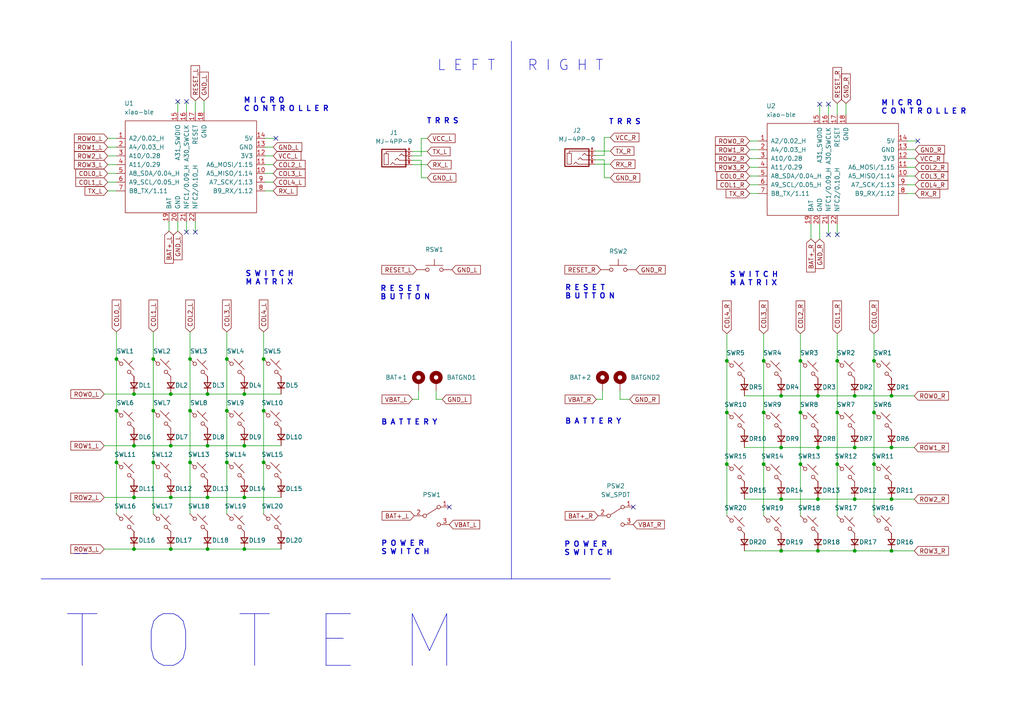
<source format=kicad_sch>
(kicad_sch (version 20231120) (generator "eeschema") (generator_version "8.0")
  (paper "A4")
  (title_block (title "TOTEM split keyboard") (date "2022-11-09") (rev "0.3") (comment 1 "made by GEIST"))
  (lib_symbols
    (symbol "Device:D_Small" (pin_numbers hide) (pin_names (offset 0.254) hide)
      (property "Reference" "D" (at -1.27 2.032 0))
      (property "Value" "D_Small" (at -3.81 -2.032 0))
      (symbol "D_Small_0_1"
        (polyline (pts (xy -0.762 -1.016) (xy -0.762 1.016)) (stroke (width 0.254)))
        (polyline (pts (xy -0.762 0) (xy 0.762 0)))
        (polyline (pts (xy 0.762 -1.016) (xy -0.762 0) (xy 0.762 1.016) (xy 0.762 -1.016)) (stroke (width 0.254)))
      )
      (symbol "D_Small_1_1"
        (pin passive line (at -2.54 0 0) (length 1.778) (name "K") (number "1"))
        (pin passive line (at 2.54 0 180) (length 1.778) (name "A") (number "2"))
      )
    )
    (symbol "Mechanical:MountingHole_Pad" (pin_numbers hide) (pin_names (offset 1.016) hide)
      (property "Reference" "H" (at 0 6.35 0))
      (property "Value" "MountingHole_Pad" (at 0 4.445 0))
      (symbol "MountingHole_Pad_0_1"
        (circle (center 0 1.27) (radius 1.27) (stroke (width 1.27)))
      )
      (symbol "MountingHole_Pad_1_1"
        (pin input line (at 0 -2.54 90) (length 2.54) (name "1") (number "1"))
      )
    )
    (symbol "Switch:SW_Push" (pin_numbers hide) (pin_names (offset 1.016) hide)
      (property "Reference" "SW" (at 1.27 2.54 0))
      (property "Value" "SW_Push" (at 0 -1.524 0))
      (symbol "SW_Push_0_1"
        (circle (center -2.032 0) (radius 0.508))
        (polyline (pts (xy 0 1.27) (xy 0 3.048)))
        (polyline (pts (xy 2.54 1.27) (xy -2.54 1.27)))
        (circle (center 2.032 0) (radius 0.508))
        (pin passive line (at -5.08 0 0) (length 2.54) (name "1") (number "1"))
        (pin passive line (at 5.08 0 180) (length 2.54) (name "2") (number "2"))
      )
    )
    (symbol "Switch:SW_Push_45deg" (pin_numbers hide) (pin_names (offset 1.016) hide)
      (property "Reference" "SW" (at 3.048 1.016 0))
      (property "Value" "SW_Push_45deg" (at 0 -3.81 0))
      (symbol "SW_Push_45deg_0_1"
        (circle (center -1.1684 1.1684) (radius 0.508))
        (polyline (pts (xy -0.508 2.54) (xy 2.54 -0.508)))
        (polyline (pts (xy 1.016 1.016) (xy 2.032 2.032)))
        (polyline (pts (xy -2.54 2.54) (xy -1.524 1.524) (xy -1.524 1.524)))
        (polyline (pts (xy 1.524 -1.524) (xy 2.54 -2.54) (xy 2.54 -2.54) (xy 2.54 -2.54)))
        (circle (center 1.143 -1.1938) (radius 0.508))
        (pin passive line (at -2.54 2.54 0) (length 0) (name "1") (number "1"))
        (pin passive line (at 2.54 -2.54 180) (length 0) (name "2") (number "2"))
      )
    )
    (symbol "Switch:SW_SPDT" (pin_names (offset 0) hide)
      (property "Reference" "SW" (at 0 4.318 0))
      (property "Value" "SW_SPDT" (at 0 -5.08 0))
      (symbol "SW_SPDT_0_0"
        (circle (center -2.032 0) (radius 0.508))
        (circle (center 2.032 -2.54) (radius 0.508))
      )
      (symbol "SW_SPDT_0_1"
        (polyline (pts (xy -1.524 0.254) (xy 1.651 2.286)))
        (circle (center 2.032 2.54) (radius 0.508))
      )
      (symbol "SW_SPDT_1_1"
        (pin passive line (at 5.08 2.54 180) (length 2.54) (name "A") (number "1"))
        (pin passive line (at -5.08 0 0) (length 2.54) (name "B") (number "2"))
        (pin passive line (at 5.08 -2.54 180) (length 2.54) (name "C") (number "3"))
      )
    )
    (symbol "kbd:MJ-4PP-9" (pin_names (offset 1.016))
      (property "Reference" "J" (at 0 3.81 0))
      (property "Value" "MJ-4PP-9" (at 0 -3.81 0))
      (symbol "MJ-4PP-9_0_1"
        (rectangle (start -1.905 -1.905) (end -3.175 1.27))
        (polyline (pts (xy -2.54 1.27) (xy -2.54 1.905) (xy 3.175 1.905)))
        (polyline (pts (xy -1.27 -1.905) (xy -0.635 -1.27) (xy 0 -1.905) (xy 3.175 -1.905)))
        (polyline (pts (xy 0 -0.635) (xy 0.635 0) (xy 1.27 -0.635) (xy 3.175 -0.635)))
        (polyline (pts (xy 1.27 0.635) (xy 1.905 1.27) (xy 2.54 0.635) (xy 3.175 0.635)))
        (rectangle (start 3.175 2.54) (end -3.81 -2.54) (stroke (width 0.3048)))
      )
      (symbol "MJ-4PP-9_1_1"
        (pin input line (at 5.08 1.905 180) (length 2.0066) (name "~") (number "A"))
        (pin input line (at 5.08 -1.905 180) (length 2.0066) (name "~") (number "B"))
        (pin input line (at 5.08 -0.635 180) (length 2.0066) (name "~") (number "C"))
        (pin input line (at 5.08 0.635 180) (length 2.0066) (name "~") (number "D"))
      )
    )
    (symbol "mcu:xiao-ble" (pin_names (offset 1.016))
      (property "Reference" "U" (at -17.78 16.51 0))
      (property "Value" "xiao-ble" (at -15.24 13.97 0))
      (symbol "xiao-ble_0_1"
        (rectangle (start -19.05 12.7) (end 19.05 -13.97))
      )
      (symbol "xiao-ble_1_1"
        (pin bidirectional line (at -21.59 7.62 0) (length 2.54) (name "A2/0.02_H") (number "1"))
        (pin bidirectional line (at 21.59 -2.54 180) (length 2.54) (name "A5_MISO/1.14") (number "10"))
        (pin bidirectional line (at 21.59 0 180) (length 2.54) (name "A6_MOSI/1.15") (number "11"))
        (pin power_out line (at 21.59 2.54 180) (length 2.54) (name "3V3") (number "12"))
        (pin power_out line (at 21.59 5.08 180) (length 2.54) (name "GND") (number "13"))
        (pin power_out line (at 21.59 7.62 180) (length 2.54) (name "5V") (number "14"))
        (pin input line (at -3.81 15.24 270) (length 2.54) (name "A31_SWDIO") (number "15"))
        (pin input line (at -1.27 15.24 270) (length 2.54) (name "A30_SWCLK") (number "16"))
        (pin input line (at 1.27 15.24 270) (length 2.54) (name "RESET") (number "17"))
        (pin power_out line (at 3.81 15.24 270) (length 2.54) (name "GND") (number "18"))
        (pin bidirectional line (at -6.35 -16.51 90) (length 2.54) (name "BAT") (number "19"))
        (pin bidirectional line (at -21.59 5.08 0) (length 2.54) (name "A4/0.03_H") (number "2"))
        (pin power_out line (at -3.81 -16.51 90) (length 2.54) (name "GND") (number "20"))
        (pin bidirectional line (at -1.27 -16.51 90) (length 2.54) (name "NFC1/0.09_H") (number "21"))
        (pin bidirectional line (at 1.27 -16.51 90) (length 2.54) (name "NFC2/0.10_H") (number "22"))
        (pin bidirectional line (at -21.59 2.54 0) (length 2.54) (name "A10/0.28") (number "3"))
        (pin bidirectional line (at -21.59 0 0) (length 2.54) (name "A11/0.29") (number "4"))
        (pin bidirectional line (at -21.59 -2.54 0) (length 2.54) (name "A8_SDA/0.04_H") (number "5"))
        (pin bidirectional line (at -21.59 -5.08 0) (length 2.54) (name "A9_SCL/0.05_H") (number "6"))
        (pin bidirectional line (at -21.59 -7.62 0) (length 2.54) (name "B8_TX/1.11") (number "7"))
        (pin bidirectional line (at 21.59 -7.62 180) (length 2.54) (name "B9_RX/1.12") (number "8"))
        (pin bidirectional line (at 21.59 -5.08 180) (length 2.54) (name "A7_SCK/1.13") (number "9"))
      )
    )
  )
  (junction (at 33.782 104.14))
  (junction (at 33.782 134.112))
  (junction (at 44.45 134.112))
  (junction (at 226.568 129.794))
  (junction (at 49.53 114.3))
  (junction (at 44.45 119.126))
  (junction (at 55.118 119.126))
  (junction (at 70.866 129.286))
  (junction (at 226.568 144.78))
  (junction (at 237.236 114.808))
  (junction (at 49.53 144.272))
  (junction (at 38.862 159.258))
  (junction (at 232.156 119.634))
  (junction (at 258.572 144.78))
  (junction (at 76.454 104.14))
  (junction (at 70.866 144.272))
  (junction (at 221.488 119.634))
  (junction (at 247.904 144.78))
  (junction (at 76.454 119.126))
  (junction (at 44.45 104.14))
  (junction (at 70.866 114.3))
  (junction (at 55.118 104.14))
  (junction (at 247.904 129.794))
  (junction (at 242.824 104.648))
  (junction (at 60.198 144.272))
  (junction (at 221.488 134.62))
  (junction (at 38.862 144.272))
  (junction (at 232.156 104.648))
  (junction (at 247.904 114.808))
  (junction (at 247.904 159.766))
  (junction (at 210.82 104.648))
  (junction (at 49.53 159.258))
  (junction (at 65.786 104.14))
  (junction (at 60.198 114.3))
  (junction (at 60.198 159.258))
  (junction (at 258.572 129.794))
  (junction (at 232.156 134.62))
  (junction (at 49.53 129.286))
  (junction (at 33.782 119.126))
  (junction (at 258.572 114.808))
  (junction (at 237.236 159.766))
  (junction (at 70.866 159.258))
  (junction (at 237.236 129.794))
  (junction (at 55.118 134.112))
  (junction (at 210.82 134.62))
  (junction (at 258.572 159.766))
  (junction (at 253.492 119.634))
  (junction (at 242.824 134.62))
  (junction (at 242.824 119.634))
  (junction (at 38.862 129.286))
  (junction (at 65.786 119.126))
  (junction (at 76.454 134.112))
  (junction (at 226.568 159.766))
  (junction (at 253.492 134.62))
  (junction (at 65.786 134.112))
  (junction (at 226.568 114.808))
  (junction (at 60.198 129.286))
  (junction (at 237.236 144.78))
  (junction (at 38.862 114.3))
  (junction (at 253.492 104.648))
  (junction (at 221.488 104.648))
  (junction (at 210.82 119.634))
  (no_connect (at 237.744 30.226))
  (no_connect (at 240.284 30.226))
  (no_connect (at 54.102 67.31))
  (no_connect (at 56.642 67.31))
  (no_connect (at 183.642 147.066))
  (no_connect (at 54.102 29.464))
  (no_connect (at 51.562 29.464))
  (no_connect (at 266.192 40.894))
  (no_connect (at 80.01 40.132))
  (no_connect (at 130.302 147.066))
  (no_connect (at 242.824 68.072))
  (no_connect (at 240.284 68.072))
  (wire (pts (xy 49.022 64.262) (xy 49.022 67.056)))
  (wire (pts (xy 44.45 134.112) (xy 44.45 149.098)))
  (wire (pts (xy 217.424 40.894) (xy 219.964 40.894)))
  (wire (pts (xy 215.9 129.794) (xy 226.568 129.794)))
  (wire (pts (xy 247.904 114.808) (xy 258.572 114.808)))
  (wire (pts (xy 179.832 113.284) (xy 179.832 115.824)))
  (wire (pts (xy 76.962 40.132) (xy 80.01 40.132)))
  (wire (pts (xy 221.488 134.62) (xy 221.488 149.606)))
  (wire (pts (xy 210.82 119.634) (xy 210.82 134.62)))
  (wire (pts (xy 253.492 96.774) (xy 253.492 104.648)))
  (wire (pts (xy 126.492 115.824) (xy 128.27 115.824)))
  (wire (pts (xy 126.492 113.284) (xy 126.492 115.824)))
  (wire (pts (xy 56.642 29.21) (xy 56.642 32.512)))
  (wire (pts (xy 65.786 104.14) (xy 65.786 119.126)))
  (wire (pts (xy 263.144 51.054) (xy 265.43 51.054)))
  (wire (pts (xy 240.284 65.024) (xy 240.284 68.072)))
  (wire (pts (xy 242.824 119.634) (xy 242.824 134.62)))
  (wire (pts (xy 49.53 144.272) (xy 60.198 144.272)))
  (wire (pts (xy 210.82 96.774) (xy 210.82 104.648)))
  (wire (pts (xy 31.242 40.132) (xy 33.782 40.132)))
  (wire (pts (xy 217.424 56.134) (xy 219.964 56.134)))
  (wire (pts (xy 122.174 40.132) (xy 122.174 45.212)))
  (wire (pts (xy 175.26 46.355) (xy 175.26 51.562)))
  (wire (pts (xy 226.568 159.766) (xy 237.236 159.766)))
  (wire (pts (xy 70.866 129.286) (xy 81.534 129.286)))
  (wire (pts (xy 237.236 114.808) (xy 247.904 114.808)))
  (wire (pts (xy 247.904 159.766) (xy 258.572 159.766)))
  (wire (pts (xy 215.9 159.766) (xy 226.568 159.766)))
  (wire (pts (xy 217.424 51.054) (xy 219.964 51.054)))
  (wire (pts (xy 65.786 119.126) (xy 65.786 134.112)))
  (wire (pts (xy 263.144 43.434) (xy 265.43 43.434)))
  (wire (pts (xy 55.118 134.112) (xy 55.118 149.098)))
  (wire (pts (xy 253.492 134.62) (xy 253.492 149.606)))
  (wire (pts (xy 237.236 159.766) (xy 247.904 159.766)))
  (wire (pts (xy 122.174 46.482) (xy 122.174 51.562)))
  (wire (pts (xy 38.862 129.286) (xy 49.53 129.286)))
  (wire (pts (xy 76.454 104.14) (xy 76.454 119.126)))
  (wire (pts (xy 242.824 104.648) (xy 242.824 119.634)))
  (wire (pts (xy 232.156 96.774) (xy 232.156 104.648)))
  (wire (pts (xy 215.9 114.808) (xy 226.568 114.808)))
  (wire (pts (xy 76.962 45.212) (xy 79.248 45.212)))
  (wire (pts (xy 33.782 134.112) (xy 33.782 149.098)))
  (wire (pts (xy 31.242 47.752) (xy 33.782 47.752)))
  (wire (pts (xy 54.102 29.464) (xy 54.102 32.512)))
  (wire (pts (xy 172.72 47.625) (xy 177.038 47.625)))
  (wire (pts (xy 217.424 48.514) (xy 219.964 48.514)))
  (wire (pts (xy 30.226 129.286) (xy 38.862 129.286)))
  (wire (pts (xy 237.744 65.024) (xy 237.744 69.342)))
  (wire (pts (xy 76.962 52.832) (xy 79.248 52.832)))
  (wire (pts (xy 253.492 104.648) (xy 253.492 119.634)))
  (wire (pts (xy 38.862 144.272) (xy 49.53 144.272)))
  (wire (pts (xy 51.562 29.464) (xy 51.562 32.512)))
  (wire (pts (xy 76.962 55.372) (xy 79.248 55.372)))
  (polyline (pts (xy 21.59 160.528) (xy 25.4 160.528)) (stroke (width 0) (type dash)))
  (wire (pts (xy 237.236 144.78) (xy 247.904 144.78)))
  (wire (pts (xy 263.144 56.134) (xy 265.43 56.134)))
  (wire (pts (xy 263.144 40.894) (xy 266.192 40.894)))
  (wire (pts (xy 70.866 114.3) (xy 81.534 114.3)))
  (wire (pts (xy 175.26 51.562) (xy 177.038 51.562)))
  (wire (pts (xy 258.572 129.794) (xy 265.176 129.794)))
  (wire (pts (xy 263.144 48.514) (xy 265.43 48.514)))
  (wire (pts (xy 232.156 119.634) (xy 232.156 134.62)))
  (wire (pts (xy 215.9 144.78) (xy 226.568 144.78)))
  (wire (pts (xy 33.782 96.266) (xy 33.782 104.14)))
  (wire (pts (xy 76.454 96.266) (xy 76.454 104.14)))
  (wire (pts (xy 232.156 134.62) (xy 232.156 149.606)))
  (wire (pts (xy 122.174 40.132) (xy 123.952 40.132)))
  (wire (pts (xy 38.862 159.258) (xy 49.53 159.258)))
  (wire (pts (xy 177.038 39.878) (xy 175.26 39.878)))
  (wire (pts (xy 258.572 144.78) (xy 265.176 144.78)))
  (wire (pts (xy 31.242 45.212) (xy 33.782 45.212)))
  (wire (pts (xy 65.786 96.266) (xy 65.786 104.14)))
  (wire (pts (xy 76.454 134.112) (xy 76.454 149.098)))
  (wire (pts (xy 119.634 115.824) (xy 121.412 115.824)))
  (wire (pts (xy 221.488 104.648) (xy 221.488 119.634)))
  (wire (pts (xy 242.824 96.774) (xy 242.824 104.648)))
  (wire (pts (xy 242.824 65.024) (xy 242.824 68.072)))
  (wire (pts (xy 119.634 47.752) (xy 123.952 47.752)))
  (wire (pts (xy 119.634 45.212) (xy 122.174 45.212)))
  (wire (pts (xy 119.634 43.942) (xy 123.952 43.942)))
  (wire (pts (xy 245.364 29.972) (xy 245.364 33.274)))
  (polyline (pts (xy 148.336 11.938) (xy 148.336 167.894)) (stroke (width 0) (type solid)))
  (wire (pts (xy 121.412 115.824) (xy 121.412 113.284)))
  (wire (pts (xy 30.226 114.3) (xy 38.862 114.3)))
  (wire (pts (xy 76.454 119.126) (xy 76.454 134.112)))
  (wire (pts (xy 258.572 159.766) (xy 265.176 159.766)))
  (wire (pts (xy 59.182 29.21) (xy 59.182 32.512)))
  (wire (pts (xy 49.53 129.286) (xy 60.198 129.286)))
  (wire (pts (xy 242.824 134.62) (xy 242.824 149.606)))
  (wire (pts (xy 122.174 51.562) (xy 123.952 51.562)))
  (wire (pts (xy 31.242 50.292) (xy 33.782 50.292)))
  (wire (pts (xy 258.572 114.808) (xy 265.176 114.808)))
  (wire (pts (xy 263.144 45.974) (xy 265.43 45.974)))
  (polyline (pts (xy 11.938 167.894) (xy 177.038 167.894)) (stroke (width 0) (type solid)))
  (wire (pts (xy 60.198 144.272) (xy 70.866 144.272)))
  (wire (pts (xy 242.824 29.972) (xy 242.824 33.274)))
  (wire (pts (xy 172.974 115.824) (xy 174.752 115.824)))
  (wire (pts (xy 247.904 129.794) (xy 258.572 129.794)))
  (wire (pts (xy 237.744 30.226) (xy 237.744 33.274)))
  (wire (pts (xy 172.72 46.355) (xy 175.26 46.355)))
  (wire (pts (xy 226.568 114.808) (xy 237.236 114.808)))
  (wire (pts (xy 226.568 144.78) (xy 237.236 144.78)))
  (wire (pts (xy 56.642 64.262) (xy 56.642 67.31)))
  (wire (pts (xy 49.53 114.3) (xy 60.198 114.3)))
  (wire (pts (xy 60.198 129.286) (xy 70.866 129.286)))
  (wire (pts (xy 263.144 53.594) (xy 265.43 53.594)))
  (wire (pts (xy 49.53 159.258) (xy 60.198 159.258)))
  (wire (pts (xy 31.242 55.372) (xy 33.782 55.372)))
  (wire (pts (xy 44.45 104.14) (xy 44.45 119.126)))
  (wire (pts (xy 217.424 53.594) (xy 219.964 53.594)))
  (wire (pts (xy 172.72 45.085) (xy 175.26 45.085)))
  (wire (pts (xy 44.45 119.126) (xy 44.45 134.112)))
  (wire (pts (xy 237.236 129.794) (xy 247.904 129.794)))
  (wire (pts (xy 44.45 96.266) (xy 44.45 104.14)))
  (wire (pts (xy 210.82 134.62) (xy 210.82 149.606)))
  (wire (pts (xy 38.862 114.3) (xy 49.53 114.3)))
  (wire (pts (xy 55.118 119.126) (xy 55.118 134.112)))
  (wire (pts (xy 217.424 43.434) (xy 219.964 43.434)))
  (wire (pts (xy 221.488 119.634) (xy 221.488 134.62)))
  (wire (pts (xy 65.786 134.112) (xy 65.786 149.098)))
  (wire (pts (xy 76.962 47.752) (xy 79.248 47.752)))
  (wire (pts (xy 174.752 115.824) (xy 174.752 113.284)))
  (wire (pts (xy 240.284 30.226) (xy 240.284 33.274)))
  (wire (pts (xy 60.198 159.258) (xy 70.866 159.258)))
  (wire (pts (xy 210.82 104.648) (xy 210.82 119.634)))
  (wire (pts (xy 31.242 52.832) (xy 33.782 52.832)))
  (wire (pts (xy 247.904 144.78) (xy 258.572 144.78)))
  (wire (pts (xy 221.488 96.774) (xy 221.488 104.648)))
  (wire (pts (xy 30.226 144.272) (xy 38.862 144.272)))
  (wire (pts (xy 76.962 42.672) (xy 79.248 42.672)))
  (wire (pts (xy 31.242 42.672) (xy 33.782 42.672)))
  (wire (pts (xy 232.156 104.648) (xy 232.156 119.634)))
  (wire (pts (xy 70.866 159.258) (xy 81.534 159.258)))
  (wire (pts (xy 235.204 65.024) (xy 235.204 69.342)))
  (wire (pts (xy 55.118 104.14) (xy 55.118 119.126)))
  (wire (pts (xy 33.782 104.14) (xy 33.782 119.126)))
  (wire (pts (xy 54.102 64.262) (xy 54.102 67.31)))
  (wire (pts (xy 55.118 96.266) (xy 55.118 104.14)))
  (wire (pts (xy 179.832 115.824) (xy 182.626 115.824)))
  (wire (pts (xy 60.198 114.3) (xy 70.866 114.3)))
  (wire (pts (xy 76.962 50.292) (xy 79.248 50.292)))
  (wire (pts (xy 51.562 64.262) (xy 51.562 67.056)))
  (wire (pts (xy 30.226 159.258) (xy 38.862 159.258)))
  (wire (pts (xy 33.782 119.126) (xy 33.782 134.112)))
  (wire (pts (xy 217.424 45.974) (xy 219.964 45.974)))
  (wire (pts (xy 253.492 119.634) (xy 253.492 134.62)))
  (wire (pts (xy 122.174 46.482) (xy 119.634 46.482)))
  (wire (pts (xy 70.866 144.272) (xy 81.534 144.272)))
  (wire (pts (xy 175.26 39.878) (xy 175.26 45.085)))
  (wire (pts (xy 226.568 129.794) (xy 237.236 129.794)))
  (wire (pts (xy 172.72 43.815) (xy 177.038 43.815)))
  (text "M I C R O \nC O N T R O L L E R" (at 255.524 33.274 0) (effects (font (size 1.5 1.5) (thickness 0.3) (bold yes)) (justify left bottom)))
  (text "T R R S" (at 176.53 36.322 0) (effects (font (size 1.5 1.5) (thickness 0.3) (bold yes)) (justify left bottom)))
  (text "R E S E T \nB U T T O N" (at 110.236 87.122 0) (effects (font (size 1.5 1.5) (thickness 0.3) (bold yes)) (justify left bottom)))
  (text "S W I T C H\nM A T R I X" (at 71.12 82.804 0) (effects (font (size 1.5 1.5) (thickness 0.3) (bold yes)) (justify left bottom)))
  (text "P O W E R\nS W I T C H" (at 110.49 161.036 0) (effects (font (size 1.5 1.5) (thickness 0.3) (bold yes)) (justify left bottom)))
  (text "R E S E T \nB U T T O N" (at 163.83 86.868 0) (effects (font (size 1.5 1.5) (thickness 0.3) (bold yes)) (justify left bottom)))
  (text "T O T E M" (at 18.034 195.072 0) (effects (font (size 15 15)) (justify left bottom)))
  (text "S W I T C H\nM A T R I X" (at 211.582 83.058 0) (effects (font (size 1.5 1.5) (thickness 0.3) (bold yes)) (justify left bottom)))
  (text "T R R S" (at 123.698 36.068 0) (effects (font (size 1.5 1.5) (thickness 0.3) (bold yes)) (justify left bottom)))
  (text "B A T T E R Y" (at 110.49 123.444 0) (effects (font (size 1.5 1.5) (thickness 0.3) (bold yes)) (justify left bottom)))
  (text "P O W E R\nS W I T C H" (at 163.576 161.29 0) (effects (font (size 1.5 1.5) (thickness 0.3) (bold yes)) (justify left bottom)))
  (text "R I G H T" (at 152.908 20.828 0) (effects (font (size 3 3)) (justify left bottom)))
  (text "B A T T E R Y" (at 163.83 123.19 0) (effects (font (size 1.5 1.5) (thickness 0.3) (bold yes)) (justify left bottom)))
  (text "L E F T" (at 143.764 20.828 0) (effects (font (size 3 3)) (justify right bottom)))
  (text "M I C R O \nC O N T R O L L E R" (at 70.612 32.512 0) (effects (font (size 1.5 1.5) (thickness 0.3) (bold yes)) (justify left bottom)))
  (global_label "GND_L" (shape input) (at 131.064 78.232 0) (property "Intersheetrefs" "${INTERSHEET_REFS}" (effects (hide yes))))
  (global_label "VCC_R" (shape input) (at 265.43 45.974 0) (property "Intersheetrefs" "${INTERSHEET_REFS}" (effects (hide yes))))
  (global_label "RX_L" (shape input) (at 123.952 47.752 0) (property "Intersheetrefs" "${INTERSHEET_REFS}" (effects (hide yes))))
  (global_label "ROW3_R" (shape input) (at 265.176 159.766 0) (property "Intersheetrefs" "${INTERSHEET_REFS}" (effects (hide yes))))
  (global_label "GND_R" (shape input) (at 265.43 43.434 0) (property "Intersheetrefs" "${INTERSHEET_REFS}" (effects (hide yes))))
  (global_label "COL3_L" (shape input) (at 65.786 96.266 90) (property "Intersheetrefs" "${INTERSHEET_REFS}" (effects (hide yes))))
  (global_label "COL4_L" (shape input) (at 76.454 96.266 90) (property "Intersheetrefs" "${INTERSHEET_REFS}" (effects (hide yes))))
  (global_label "ROW0_R" (shape input) (at 265.176 114.808 0) (property "Intersheetrefs" "${INTERSHEET_REFS}" (effects (hide yes))))
  (global_label "COL1_L" (shape input) (at 44.45 96.266 90) (property "Intersheetrefs" "${INTERSHEET_REFS}" (effects (hide yes))))
  (global_label "GND_L" (shape input) (at 59.182 29.21 90) (property "Intersheetrefs" "${INTERSHEET_REFS}" (effects (hide yes))))
  (global_label "COL2_R" (shape input) (at 232.156 96.774 90) (property "Intersheetrefs" "${INTERSHEET_REFS}" (effects (hide yes))))
  (global_label "GND_L" (shape input) (at 79.248 42.672 0) (property "Intersheetrefs" "${INTERSHEET_REFS}" (effects (hide yes))))
  (global_label "BAT+_L" (shape input) (at 120.142 149.606 180) (property "Intersheetrefs" "${INTERSHEET_REFS}" (effects (hide yes))))
  (global_label "ROW0_R" (shape input) (at 217.424 40.894 180) (property "Intersheetrefs" "${INTERSHEET_REFS}" (effects (hide yes))))
  (global_label "COL0_R" (shape input) (at 217.424 51.054 180) (property "Intersheetrefs" "${INTERSHEET_REFS}" (effects (hide yes))))
  (global_label "COL4_R" (shape input) (at 265.43 53.594 0) (property "Intersheetrefs" "${INTERSHEET_REFS}" (effects (hide yes))))
  (global_label "VCC_L" (shape input) (at 123.952 40.132 0) (property "Intersheetrefs" "${INTERSHEET_REFS}" (effects (hide yes))))
  (global_label "VCC_R" (shape input) (at 177.038 39.878 0) (property "Intersheetrefs" "${INTERSHEET_REFS}" (effects (hide yes))))
  (global_label "RESET_R" (shape input) (at 242.824 29.972 90) (property "Intersheetrefs" "${INTERSHEET_REFS}" (effects (hide yes))))
  (global_label "RESET_R" (shape input) (at 174.244 78.232 180) (property "Intersheetrefs" "${INTERSHEET_REFS}" (effects (hide yes))))
  (global_label "ROW3_L" (shape input) (at 30.226 159.258 180) (property "Intersheetrefs" "${INTERSHEET_REFS}" (effects (hide yes))))
  (global_label "VBAT_R" (shape input) (at 183.642 152.146 0) (property "Intersheetrefs" "${INTERSHEET_REFS}" (effects (hide yes))))
  (global_label "GND_L" (shape input) (at 51.562 67.056 270) (property "Intersheetrefs" "${INTERSHEET_REFS}" (effects (hide yes))))
  (global_label "RESET_L" (shape input) (at 120.904 78.232 180) (property "Intersheetrefs" "${INTERSHEET_REFS}" (effects (hide yes))))
  (global_label "VBAT_R" (shape input) (at 172.974 115.824 180) (property "Intersheetrefs" "${INTERSHEET_REFS}" (effects (hide yes))))
  (global_label "VCC_L" (shape input) (at 79.248 45.212 0) (property "Intersheetrefs" "${INTERSHEET_REFS}" (effects (hide yes))))
  (global_label "TX_L" (shape input) (at 123.952 43.942 0) (property "Intersheetrefs" "${INTERSHEET_REFS}" (effects (hide yes))))
  (global_label "BAT+_L" (shape input) (at 49.022 67.056 270) (property "Intersheetrefs" "${INTERSHEET_REFS}" (effects (hide yes))))
  (global_label "COL1_R" (shape input) (at 217.424 53.594 180) (property "Intersheetrefs" "${INTERSHEET_REFS}" (effects (hide yes))))
  (global_label "ROW3_R" (shape input) (at 217.424 48.514 180) (property "Intersheetrefs" "${INTERSHEET_REFS}" (effects (hide yes))))
  (global_label "BAT+_R" (shape input) (at 173.482 149.606 180) (property "Intersheetrefs" "${INTERSHEET_REFS}" (effects (hide yes))))
  (global_label "ROW0_L" (shape input) (at 30.226 114.3 180) (property "Intersheetrefs" "${INTERSHEET_REFS}" (effects (hide yes))))
  (global_label "GND_L" (shape input) (at 128.27 115.824 0) (property "Intersheetrefs" "${INTERSHEET_REFS}" (effects (hide yes))))
  (global_label "VBAT_L" (shape input) (at 119.634 115.824 180) (property "Intersheetrefs" "${INTERSHEET_REFS}" (effects (hide yes))))
  (global_label "ROW1_R" (shape input) (at 265.176 129.794 0) (property "Intersheetrefs" "${INTERSHEET_REFS}" (effects (hide yes))))
  (global_label "GND_L" (shape input) (at 123.952 51.562 0) (property "Intersheetrefs" "${INTERSHEET_REFS}" (effects (hide yes))))
  (global_label "BAT+_R" (shape input) (at 235.204 69.342 270) (property "Intersheetrefs" "${INTERSHEET_REFS}" (effects (hide yes))))
  (global_label "GND_R" (shape input) (at 182.626 115.824 0) (property "Intersheetrefs" "${INTERSHEET_REFS}" (effects (hide yes))))
  (global_label "RX_L" (shape input) (at 79.248 55.372 0) (property "Intersheetrefs" "${INTERSHEET_REFS}" (effects (hide yes))))
  (global_label "GND_R" (shape input) (at 184.404 78.232 0) (property "Intersheetrefs" "${INTERSHEET_REFS}" (effects (hide yes))))
  (global_label "COL0_L" (shape input) (at 33.782 96.266 90) (property "Intersheetrefs" "${INTERSHEET_REFS}" (effects (hide yes))))
  (global_label "ROW3_L" (shape input) (at 31.242 47.752 180) (property "Intersheetrefs" "${INTERSHEET_REFS}" (effects (hide yes))))
  (global_label "COL3_R" (shape input) (at 265.43 51.054 0) (property "Intersheetrefs" "${INTERSHEET_REFS}" (effects (hide yes))))
  (global_label "TX_R" (shape input) (at 177.038 43.815 0) (property "Intersheetrefs" "${INTERSHEET_REFS}" (effects (hide yes))))
  (global_label "COL4_R" (shape input) (at 210.82 96.774 90) (property "Intersheetrefs" "${INTERSHEET_REFS}" (effects (hide yes))))
  (global_label "RESET_L" (shape input) (at 56.642 29.21 90) (property "Intersheetrefs" "${INTERSHEET_REFS}" (effects (hide yes))))
  (global_label "RX_R" (shape input) (at 177.038 47.625 0) (property "Intersheetrefs" "${INTERSHEET_REFS}" (effects (hide yes))))
  (global_label "COL3_R" (shape input) (at 221.488 96.774 90) (property "Intersheetrefs" "${INTERSHEET_REFS}" (effects (hide yes))))
  (global_label "TX_R" (shape input) (at 217.424 56.134 180) (property "Intersheetrefs" "${INTERSHEET_REFS}" (effects (hide yes))))
  (global_label "ROW1_L" (shape input) (at 30.226 129.286 180) (property "Intersheetrefs" "${INTERSHEET_REFS}" (effects (hide yes))))
  (global_label "ROW2_L" (shape input) (at 31.242 45.212 180) (property "Intersheetrefs" "${INTERSHEET_REFS}" (effects (hide yes))))
  (global_label "GND_R" (shape input) (at 237.744 69.342 270) (property "Intersheetrefs" "${INTERSHEET_REFS}" (effects (hide yes))))
  (global_label "COL2_R" (shape input) (at 265.43 48.514 0) (property "Intersheetrefs" "${INTERSHEET_REFS}" (effects (hide yes))))
  (global_label "GND_R" (shape input) (at 245.364 29.972 90) (property "Intersheetrefs" "${INTERSHEET_REFS}" (effects (hide yes))))
  (global_label "VBAT_L" (shape input) (at 130.302 152.146 0) (property "Intersheetrefs" "${INTERSHEET_REFS}" (effects (hide yes))))
  (global_label "ROW1_L" (shape input) (at 31.242 42.672 180) (property "Intersheetrefs" "${INTERSHEET_REFS}" (effects (hide yes))))
  (global_label "COL1_R" (shape input) (at 242.824 96.774 90) (property "Intersheetrefs" "${INTERSHEET_REFS}" (effects (hide yes))))
  (global_label "GND_R" (shape input) (at 177.038 51.562 0) (property "Intersheetrefs" "${INTERSHEET_REFS}" (effects (hide yes))))
  (global_label "COL0_L" (shape input) (at 31.242 50.292 180) (property "Intersheetrefs" "${INTERSHEET_REFS}" (effects (hide yes))))
  (global_label "COL2_L" (shape input) (at 79.248 47.752 0) (property "Intersheetrefs" "${INTERSHEET_REFS}" (effects (hide yes))))
  (global_label "ROW1_R" (shape input) (at 217.424 43.434 180) (property "Intersheetrefs" "${INTERSHEET_REFS}" (effects (hide yes))))
  (global_label "ROW2_R" (shape input) (at 265.176 144.78 0) (property "Intersheetrefs" "${INTERSHEET_REFS}" (effects (hide yes))))
  (global_label "COL0_R" (shape input) (at 253.492 96.774 90) (property "Intersheetrefs" "${INTERSHEET_REFS}" (effects (hide yes))))
  (global_label "COL3_L" (shape input) (at 79.248 50.292 0) (property "Intersheetrefs" "${INTERSHEET_REFS}" (effects (hide yes))))
  (global_label "COL2_L" (shape input) (at 55.118 96.266 90) (property "Intersheetrefs" "${INTERSHEET_REFS}" (effects (hide yes))))
  (global_label "TX_L" (shape input) (at 31.242 55.372 180) (property "Intersheetrefs" "${INTERSHEET_REFS}" (effects (hide yes))))
  (global_label "ROW2_L" (shape input) (at 30.226 144.272 180) (property "Intersheetrefs" "${INTERSHEET_REFS}" (effects (hide yes))))
  (global_label "COL4_L" (shape input) (at 79.248 52.832 0) (property "Intersheetrefs" "${INTERSHEET_REFS}" (effects (hide yes))))
  (global_label "RX_R" (shape input) (at 265.43 56.134 0) (property "Intersheetrefs" "${INTERSHEET_REFS}" (effects (hide yes))))
  (global_label "ROW0_L" (shape input) (at 31.242 40.132 180) (property "Intersheetrefs" "${INTERSHEET_REFS}" (effects (hide yes))))
  (global_label "COL1_L" (shape input) (at 31.242 52.832 180) (property "Intersheetrefs" "${INTERSHEET_REFS}" (effects (hide yes))))
  (global_label "ROW2_R" (shape input) (at 217.424 45.974 180) (property "Intersheetrefs" "${INTERSHEET_REFS}" (effects (hide yes))))
  (symbol (lib_id "Device:D_Small") (at 81.534 156.718 90) (unit 1)
    (property "Reference" "DL20" (at 82.804 156.718 90) (effects (justify right)))
    (property "Value" "D_Small" (effects (hide yes)))
    (property "Footprint" "TOTEMlib:Diode_SOD123" (effects (hide yes)))
  )
  (symbol (lib_id "Switch:SW_Push_45deg") (at 245.364 107.188 0) (unit 1)
    (property "Reference" "SWR2" (at 245.364 102.362 0))
    (property "Value" "SW_Push_45deg" (effects (hide yes)))
    (property "Footprint" "TOTEMlib:Kailh_socket_PG1350_optional" (effects (hide yes)))
  )
  (symbol (lib_id "Switch:SW_Push_45deg") (at 57.658 151.638 0) (unit 1)
    (property "Reference" "SWL18" (at 57.658 146.812 0))
    (property "Value" "SW_Push_45deg" (effects (hide yes)))
    (property "Footprint" "TOTEMlib:Kailh_socket_PG1350_optional" (effects (hide yes)))
  )
  (symbol (lib_id "Switch:SW_Push_45deg") (at 36.322 151.638 0) (unit 1)
    (property "Reference" "SWL16" (at 36.322 146.812 0))
    (property "Value" "SW_Push_45deg" (effects (hide yes)))
    (property "Footprint" "TOTEMlib:Kailh_socket_PG1350_optional" (effects (hide yes)))
  )
  (symbol (lib_id "Switch:SW_Push_45deg") (at 256.032 152.146 0) (unit 1)
    (property "Reference" "SWR16" (at 256.032 147.32 0))
    (property "Value" "SW_Push_45deg" (effects (hide yes)))
    (property "Footprint" "TOTEMlib:Kailh_socket_PG1350_optional" (effects (hide yes)))
  )
  (symbol (lib_id "Switch:SW_SPDT") (at 125.222 149.606 0) (unit 1)
    (property "Reference" "PSW1" (at 125.222 143.51 0))
    (property "Value" "SW_SPDT" (effects (hide yes)))
    (property "Footprint" "TOTEMlib:MSK12C02" (effects (hide yes)))
  )
  (symbol (lib_id "Switch:SW_Push_45deg") (at 68.326 106.68 0) (unit 1)
    (property "Reference" "SWL4" (at 68.326 101.854 0))
    (property "Value" "SW_Push_45deg" (effects (hide yes)))
    (property "Footprint" "TOTEMlib:Kailh_socket_PG1350_optional" (effects (hide yes)))
  )
  (symbol (lib_id "Device:D_Small") (at 258.572 127.254 90) (unit 1)
    (property "Reference" "DR6" (at 259.842 127.254 90) (effects (justify right)))
    (property "Value" "D_Small" (effects (hide yes)))
    (property "Footprint" "TOTEMlib:Diode_SOD123" (effects (hide yes)))
  )
  (symbol (lib_id "Mechanical:MountingHole_Pad") (at 121.412 110.744 0) (unit 1)
    (property "Reference" "BAT+1" (at 118.11 109.474 0) (effects (justify right)))
    (property "Value" "+" (effects (hide yes)))
    (property "Footprint" "TOTEMlib:BatteryPad" (effects (hide yes)))
  )
  (symbol (lib_id "Switch:SW_Push_45deg") (at 234.696 107.188 0) (unit 1)
    (property "Reference" "SWR3" (at 234.696 102.362 0))
    (property "Value" "SW_Push_45deg" (effects (hide yes)))
    (property "Footprint" "TOTEMlib:Kailh_socket_PG1350_optional" (effects (hide yes)))
  )
  (symbol (lib_id "Switch:SW_Push_45deg") (at 57.658 106.68 0) (unit 1)
    (property "Reference" "SWL3" (at 57.658 101.854 0))
    (property "Value" "SW_Push_45deg" (effects (hide yes)))
    (property "Footprint" "TOTEMlib:Kailh_socket_PG1350_optional" (effects (hide yes)))
  )
  (symbol (lib_id "Switch:SW_SPDT") (at 178.562 149.606 0) (unit 1)
    (property "Reference" "PSW2" (at 178.562 140.97 0))
    (property "Value" "SW_SPDT" (at 178.562 143.51 0))
    (property "Footprint" "TOTEMlib:MSK12C02" (effects (hide yes)))
  )
  (symbol (lib_id "Mechanical:MountingHole_Pad") (at 126.492 110.744 0) (unit 1)
    (property "Reference" "BATGND1" (at 129.54 109.474 0) (effects (justify left)))
    (property "Value" "-" (effects (hide yes)))
    (property "Footprint" "TOTEMlib:BatteryPad" (effects (hide yes)))
  )
  (symbol (lib_id "Device:D_Small") (at 215.9 112.268 90) (unit 1)
    (property "Reference" "DR5" (at 217.17 112.268 90) (effects (justify right)))
    (property "Value" "D_Small" (effects (hide yes)))
    (property "Footprint" "TOTEMlib:Diode_SOD123" (effects (hide yes)))
  )
  (symbol (lib_id "Switch:SW_Push_45deg") (at 213.36 122.174 0) (unit 1)
    (property "Reference" "SWR10" (at 213.36 117.348 0))
    (property "Value" "SW_Push_45deg" (effects (hide yes)))
    (property "Footprint" "TOTEMlib:Kailh_socket_PG1350_optional" (effects (hide yes)))
  )
  (symbol (lib_id "Switch:SW_Push") (at 125.984 78.232 0) (unit 1)
    (property "Reference" "RSW1" (at 125.984 72.39 0))
    (property "Value" "SW_Push" (effects (hide yes)))
    (property "Footprint" "TOTEMlib:SKHLLCA010" (effects (hide yes)))
  )
  (symbol (lib_id "Switch:SW_Push_45deg") (at 245.364 137.16 0) (unit 1)
    (property "Reference" "SWR12" (at 245.364 132.334 0))
    (property "Value" "SW_Push_45deg" (effects (hide yes)))
    (property "Footprint" "TOTEMlib:Kailh_socket_PG1350_optional" (effects (hide yes)))
  )
  (symbol (lib_id "Switch:SW_Push_45deg") (at 234.696 122.174 0) (unit 1)
    (property "Reference" "SWR8" (at 234.696 117.348 0))
    (property "Value" "SW_Push_45deg" (effects (hide yes)))
    (property "Footprint" "TOTEMlib:Kailh_socket_PG1350_optional" (effects (hide yes)))
  )
  (symbol (lib_id "Switch:SW_Push_45deg") (at 46.99 121.666 0) (unit 1)
    (property "Reference" "SWL7" (at 46.99 116.84 0))
    (property "Value" "SW_Push_45deg" (effects (hide yes)))
    (property "Footprint" "TOTEMlib:Kailh_socket_PG1350_optional" (effects (hide yes)))
  )
  (symbol (lib_id "mcu:xiao-ble") (at 55.372 47.752 0) (unit 1)
    (property "Reference" "U1" (at 36.068 29.972 0) (effects (justify left)))
    (property "Value" "xiao-ble" (at 36.068 32.512 0) (effects (justify left)))
    (property "Footprint" "TOTEMlib:xiao-ble-smd-cutout" (effects (hide yes)))
  )
  (symbol (lib_id "Device:D_Small") (at 226.568 142.24 90) (unit 1)
    (property "Reference" "DR14" (at 227.838 142.24 90) (effects (justify right)))
    (property "Value" "D_Small" (effects (hide yes)))
    (property "Footprint" "TOTEMlib:Diode_SOD123" (effects (hide yes)))
  )
  (symbol (lib_id "Switch:SW_Push_45deg") (at 234.696 137.16 0) (unit 1)
    (property "Reference" "SWR13" (at 234.696 132.334 0))
    (property "Value" "SW_Push_45deg" (effects (hide yes)))
    (property "Footprint" "TOTEMlib:Kailh_socket_PG1350_optional" (effects (hide yes)))
  )
  (symbol (lib_id "Device:D_Small") (at 38.862 111.76 90) (unit 1)
    (property "Reference" "DL1" (at 40.132 111.76 90) (effects (justify right)))
    (property "Value" "D_Small" (effects (hide yes)))
    (property "Footprint" "TOTEMlib:Diode_SOD123" (effects (hide yes)))
  )
  (symbol (lib_id "Device:D_Small") (at 258.572 157.226 90) (unit 1)
    (property "Reference" "DR16" (at 259.842 157.226 90) (effects (justify right)))
    (property "Value" "D_Small" (effects (hide yes)))
    (property "Footprint" "TOTEMlib:Diode_SOD123" (effects (hide yes)))
  )
  (symbol (lib_id "Switch:SW_Push_45deg") (at 213.36 107.188 0) (unit 1)
    (property "Reference" "SWR5" (at 213.36 102.362 0))
    (property "Value" "SW_Push_45deg" (effects (hide yes)))
    (property "Footprint" "TOTEMlib:Kailh_socket_PG1350_optional" (effects (hide yes)))
  )
  (symbol (lib_id "Device:D_Small") (at 49.53 111.76 90) (unit 1)
    (property "Reference" "DL2" (at 50.8 111.76 90) (effects (justify right)))
    (property "Value" "D_Small" (effects (hide yes)))
    (property "Footprint" "TOTEMlib:Diode_SOD123" (effects (hide yes)))
  )
  (symbol (lib_id "Switch:SW_Push_45deg") (at 57.658 121.666 0) (unit 1)
    (property "Reference" "SWL8" (at 57.658 116.84 0))
    (property "Value" "SW_Push_45deg" (effects (hide yes)))
    (property "Footprint" "TOTEMlib:Kailh_socket_PG1350_optional" (effects (hide yes)))
  )
  (symbol (lib_id "Switch:SW_Push_45deg") (at 68.326 136.652 0) (unit 1)
    (property "Reference" "SWL14" (at 68.326 131.826 0))
    (property "Value" "SW_Push_45deg" (effects (hide yes)))
    (property "Footprint" "TOTEMlib:Kailh_socket_PG1350_optional" (effects (hide yes)))
  )
  (symbol (lib_id "Device:D_Small") (at 70.866 141.732 90) (unit 1)
    (property "Reference" "DL14" (at 72.136 141.732 90) (effects (justify right)))
    (property "Value" "D_Small" (effects (hide yes)))
    (property "Footprint" "TOTEMlib:Diode_SOD123" (effects (hide yes)))
  )
  (symbol (lib_id "Device:D_Small") (at 215.9 142.24 90) (unit 1)
    (property "Reference" "DR15" (at 217.17 142.24 90) (effects (justify right)))
    (property "Value" "D_Small" (effects (hide yes)))
    (property "Footprint" "TOTEMlib:Diode_SOD123" (effects (hide yes)))
  )
  (symbol (lib_id "Switch:SW_Push_45deg") (at 78.994 151.638 0) (unit 1)
    (property "Reference" "SWL20" (at 78.994 146.812 0))
    (property "Value" "SW_Push_45deg" (effects (hide yes)))
    (property "Footprint" "TOTEMlib:Kailh_socket_PG1350_optional" (effects (hide yes)))
  )
  (symbol (lib_id "Switch:SW_Push_45deg") (at 224.028 152.146 0) (unit 1)
    (property "Reference" "SWR19" (at 224.028 147.32 0))
    (property "Value" "SW_Push_45deg" (effects (hide yes)))
    (property "Footprint" "TOTEMlib:Kailh_socket_PG1350_optional" (effects (hide yes)))
  )
  (symbol (lib_id "kbd:MJ-4PP-9") (at 114.554 45.847 0) (unit 1)
    (property "Reference" "J1" (at 114.2365 38.481 0))
    (property "Value" "MJ-4PP-9" (at 114.2365 41.021 0))
    (property "Footprint" "TOTEMlib:MJ-4PP-9_1side" (effects (hide yes)))
  )
  (symbol (lib_id "Switch:SW_Push_45deg") (at 245.364 152.146 0) (unit 1)
    (property "Reference" "SWR17" (at 245.364 147.32 0))
    (property "Value" "SW_Push_45deg" (effects (hide yes)))
    (property "Footprint" "TOTEMlib:Kailh_socket_PG1350_optional" (effects (hide yes)))
  )
  (symbol (lib_id "Switch:SW_Push_45deg") (at 245.364 122.174 0) (unit 1)
    (property "Reference" "SWR7" (at 245.364 117.348 0))
    (property "Value" "SW_Push_45deg" (effects (hide yes)))
    (property "Footprint" "TOTEMlib:Kailh_socket_PG1350_optional" (effects (hide yes)))
  )
  (symbol (lib_id "Switch:SW_Push_45deg") (at 36.322 106.68 0) (unit 1)
    (property "Reference" "SWL1" (at 36.322 101.854 0))
    (property "Value" "SW_Push_45deg" (effects (hide yes)))
    (property "Footprint" "TOTEMlib:Kailh_socket_PG1350_optional" (effects (hide yes)))
  )
  (symbol (lib_id "Device:D_Small") (at 81.534 111.76 90) (unit 1)
    (property "Reference" "DL5" (at 82.804 111.76 90) (effects (justify right)))
    (property "Value" "D_Small" (effects (hide yes)))
    (property "Footprint" "TOTEMlib:Diode_SOD123" (effects (hide yes)))
  )
  (symbol (lib_id "Device:D_Small") (at 226.568 112.268 90) (unit 1)
    (property "Reference" "DR4" (at 227.838 112.268 90) (effects (justify right)))
    (property "Value" "D_Small" (effects (hide yes)))
    (property "Footprint" "TOTEMlib:Diode_SOD123" (effects (hide yes)))
  )
  (symbol (lib_id "Device:D_Small") (at 237.236 142.24 90) (unit 1)
    (property "Reference" "DR13" (at 238.506 142.24 90) (effects (justify right)))
    (property "Value" "D_Small" (effects (hide yes)))
    (property "Footprint" "TOTEMlib:Diode_SOD123" (effects (hide yes)))
  )
  (symbol (lib_id "Switch:SW_Push_45deg") (at 46.99 151.638 0) (unit 1)
    (property "Reference" "SWL17" (at 46.99 146.812 0))
    (property "Value" "SW_Push_45deg" (effects (hide yes)))
    (property "Footprint" "TOTEMlib:Kailh_socket_PG1350_optional" (effects (hide yes)))
  )
  (symbol (lib_id "Mechanical:MountingHole_Pad") (at 179.832 110.744 0) (unit 1)
    (property "Reference" "BATGND2" (at 182.88 109.474 0) (effects (justify left)))
    (property "Value" "-" (effects (hide yes)))
    (property "Footprint" "TOTEMlib:BatteryPad" (effects (hide yes)))
  )
  (symbol (lib_id "Switch:SW_Push_45deg") (at 68.326 121.666 0) (unit 1)
    (property "Reference" "SWL9" (at 68.326 116.84 0))
    (property "Value" "SW_Push_45deg" (effects (hide yes)))
    (property "Footprint" "TOTEMlib:Kailh_socket_PG1350_optional" (effects (hide yes)))
  )
  (symbol (lib_id "Switch:SW_Push_45deg") (at 78.994 106.68 0) (unit 1)
    (property "Reference" "SWL5" (at 78.994 101.854 0))
    (property "Value" "SW_Push_45deg" (effects (hide yes)))
    (property "Footprint" "TOTEMlib:Kailh_socket_PG1350_optional" (effects (hide yes)))
  )
  (symbol (lib_id "Switch:SW_Push_45deg") (at 224.028 137.16 0) (unit 1)
    (property "Reference" "SWR14" (at 224.028 132.334 0))
    (property "Value" "SW_Push_45deg" (effects (hide yes)))
    (property "Footprint" "TOTEMlib:Kailh_socket_PG1350_optional" (effects (hide yes)))
  )
  (symbol (lib_id "Device:D_Small") (at 81.534 126.746 90) (unit 1)
    (property "Reference" "DL10" (at 82.804 126.746 90) (effects (justify right)))
    (property "Value" "D_Small" (effects (hide yes)))
    (property "Footprint" "TOTEMlib:Diode_SOD123" (effects (hide yes)))
  )
  (symbol (lib_id "Device:D_Small") (at 70.866 156.718 90) (unit 1)
    (property "Reference" "DL19" (at 72.136 156.718 90) (effects (justify right)))
    (property "Value" "D_Small" (effects (hide yes)))
    (property "Footprint" "TOTEMlib:Diode_SOD123" (effects (hide yes)))
  )
  (symbol (lib_id "Device:D_Small") (at 215.9 157.226 90) (unit 1)
    (property "Reference" "DR20" (at 217.17 157.226 90) (effects (justify right)))
    (property "Value" "D_Small" (effects (hide yes)))
    (property "Footprint" "TOTEMlib:Diode_SOD123" (effects (hide yes)))
  )
  (symbol (lib_id "Device:D_Small") (at 49.53 126.746 90) (unit 1)
    (property "Reference" "DL7" (at 50.8 126.746 90) (effects (justify right)))
    (property "Value" "D_Small" (effects (hide yes)))
    (property "Footprint" "TOTEMlib:Diode_SOD123" (effects (hide yes)))
  )
  (symbol (lib_id "Device:D_Small") (at 60.198 111.76 90) (unit 1)
    (property "Reference" "DL3" (at 61.468 111.76 90) (effects (justify right)))
    (property "Value" "D_Small" (effects (hide yes)))
    (property "Footprint" "TOTEMlib:Diode_SOD123" (effects (hide yes)))
  )
  (symbol (lib_id "Switch:SW_Push_45deg") (at 46.99 106.68 0) (unit 1)
    (property "Reference" "SWL2" (at 46.99 101.854 0))
    (property "Value" "SW_Push_45deg" (effects (hide yes)))
    (property "Footprint" "TOTEMlib:Kailh_socket_PG1350_optional" (effects (hide yes)))
  )
  (symbol (lib_id "Switch:SW_Push_45deg") (at 213.36 152.146 0) (unit 1)
    (property "Reference" "SWR20" (at 213.36 147.32 0))
    (property "Value" "SW_Push_45deg" (effects (hide yes)))
    (property "Footprint" "TOTEMlib:Kailh_socket_PG1350_optional" (effects (hide yes)))
  )
  (symbol (lib_id "Switch:SW_Push_45deg") (at 78.994 136.652 0) (unit 1)
    (property "Reference" "SWL15" (at 78.994 131.826 0))
    (property "Value" "SW_Push_45deg" (effects (hide yes)))
    (property "Footprint" "TOTEMlib:Kailh_socket_PG1350_optional" (effects (hide yes)))
  )
  (symbol (lib_id "Switch:SW_Push_45deg") (at 78.994 121.666 0) (unit 1)
    (property "Reference" "SWL10" (at 78.994 116.84 0))
    (property "Value" "SW_Push_45deg" (effects (hide yes)))
    (property "Footprint" "TOTEMlib:Kailh_socket_PG1350_optional" (effects (hide yes)))
  )
  (symbol (lib_id "Device:D_Small") (at 247.904 157.226 90) (unit 1)
    (property "Reference" "DR17" (at 249.174 157.226 90) (effects (justify right)))
    (property "Value" "D_Small" (effects (hide yes)))
    (property "Footprint" "TOTEMlib:Diode_SOD123" (effects (hide yes)))
  )
  (symbol (lib_id "Device:D_Small") (at 237.236 112.268 90) (unit 1)
    (property "Reference" "DR3" (at 238.506 112.268 90) (effects (justify right)))
    (property "Value" "D_Small" (effects (hide yes)))
    (property "Footprint" "TOTEMlib:Diode_SOD123" (effects (hide yes)))
  )
  (symbol (lib_id "Switch:SW_Push_45deg") (at 213.36 137.16 0) (unit 1)
    (property "Reference" "SWR15" (at 213.36 132.334 0))
    (property "Value" "SW_Push_45deg" (effects (hide yes)))
    (property "Footprint" "TOTEMlib:Kailh_socket_PG1350_optional" (effects (hide yes)))
  )
  (symbol (lib_id "Switch:SW_Push_45deg") (at 57.658 136.652 0) (unit 1)
    (property "Reference" "SWL13" (at 57.658 131.826 0))
    (property "Value" "SW_Push_45deg" (effects (hide yes)))
    (property "Footprint" "TOTEMlib:Kailh_socket_PG1350_optional" (effects (hide yes)))
  )
  (symbol (lib_id "Device:D_Small") (at 38.862 156.718 90) (unit 1)
    (property "Reference" "DL16" (at 40.132 156.718 90) (effects (justify right)))
    (property "Value" "D_Small" (effects (hide yes)))
    (property "Footprint" "TOTEMlib:Diode_SOD123" (effects (hide yes)))
  )
  (symbol (lib_id "Device:D_Small") (at 226.568 127.254 90) (unit 1)
    (property "Reference" "DR9" (at 227.838 127.254 90) (effects (justify right)))
    (property "Value" "D_Small" (effects (hide yes)))
    (property "Footprint" "TOTEMlib:Diode_SOD123" (effects (hide yes)))
  )
  (symbol (lib_id "Mechanical:MountingHole_Pad") (at 174.752 110.744 0) (unit 1)
    (property "Reference" "BAT+2" (at 171.45 109.474 0) (effects (justify right)))
    (property "Value" "+" (effects (hide yes)))
    (property "Footprint" "TOTEMlib:BatteryPad" (effects (hide yes)))
  )
  (symbol (lib_id "Device:D_Small") (at 81.534 141.732 90) (unit 1)
    (property "Reference" "DL15" (at 82.804 141.732 90) (effects (justify right)))
    (property "Value" "D_Small" (effects (hide yes)))
    (property "Footprint" "TOTEMlib:Diode_SOD123" (effects (hide yes)))
  )
  (symbol (lib_id "Device:D_Small") (at 258.572 142.24 90) (unit 1)
    (property "Reference" "DR11" (at 259.842 142.24 90) (effects (justify right)))
    (property "Value" "D_Small" (effects (hide yes)))
    (property "Footprint" "TOTEMlib:Diode_SOD123" (effects (hide yes)))
  )
  (symbol (lib_id "Switch:SW_Push") (at 179.324 78.232 0) (unit 1)
    (property "Reference" "RSW2" (at 179.324 72.898 0))
    (property "Value" "SW_Push" (effects (hide yes)))
    (property "Footprint" "TOTEMlib:SKHLLCA010" (effects (hide yes)))
  )
  (symbol (lib_id "kbd:MJ-4PP-9") (at 167.64 45.72 0) (unit 1)
    (property "Reference" "J2" (at 167.3225 37.846 0))
    (property "Value" "MJ-4PP-9" (at 167.3225 40.386 0))
    (property "Footprint" "TOTEMlib:MJ-4PP-9_1side" (effects (hide yes)))
  )
  (symbol (lib_id "Switch:SW_Push_45deg") (at 256.032 107.188 0) (unit 1)
    (property "Reference" "SWR1" (at 256.032 102.362 0))
    (property "Value" "SW_Push_45deg" (effects (hide yes)))
    (property "Footprint" "TOTEMlib:Kailh_socket_PG1350_optional" (effects (hide yes)))
  )
  (symbol (lib_id "Device:D_Small") (at 38.862 126.746 90) (unit 1)
    (property "Reference" "DL6" (at 40.132 126.746 90) (effects (justify right)))
    (property "Value" "D_Small" (effects (hide yes)))
    (property "Footprint" "TOTEMlib:Diode_SOD123" (effects (hide yes)))
  )
  (symbol (lib_id "Device:D_Small") (at 247.904 142.24 90) (unit 1)
    (property "Reference" "DR12" (at 249.174 142.24 90) (effects (justify right)))
    (property "Value" "D_Small" (effects (hide yes)))
    (property "Footprint" "TOTEMlib:Diode_SOD123" (effects (hide yes)))
  )
  (symbol (lib_id "Device:D_Small") (at 226.568 157.226 90) (unit 1)
    (property "Reference" "DR19" (at 227.838 157.226 90) (effects (justify right)))
    (property "Value" "D_Small" (effects (hide yes)))
    (property "Footprint" "TOTEMlib:Diode_SOD123" (effects (hide yes)))
  )
  (symbol (lib_id "Device:D_Small") (at 60.198 156.718 90) (unit 1)
    (property "Reference" "DL18" (at 61.468 156.718 90) (effects (justify right)))
    (property "Value" "D_Small" (effects (hide yes)))
    (property "Footprint" "TOTEMlib:Diode_SOD123" (effects (hide yes)))
  )
  (symbol (lib_id "Device:D_Small") (at 60.198 126.746 90) (unit 1)
    (property "Reference" "DL8" (at 61.468 126.746 90) (effects (justify right)))
    (property "Value" "D_Small" (effects (hide yes)))
    (property "Footprint" "TOTEMlib:Diode_SOD123" (effects (hide yes)))
  )
  (symbol (lib_id "Switch:SW_Push_45deg") (at 224.028 122.174 0) (unit 1)
    (property "Reference" "SWR9" (at 224.028 117.348 0))
    (property "Value" "SW_Push_45deg" (effects (hide yes)))
    (property "Footprint" "TOTEMlib:Kailh_socket_PG1350_optional" (effects (hide yes)))
  )
  (symbol (lib_id "Device:D_Small") (at 38.862 141.732 90) (unit 1)
    (property "Reference" "DL11" (at 40.132 141.732 90) (effects (justify right)))
    (property "Value" "D_Small" (effects (hide yes)))
    (property "Footprint" "TOTEMlib:Diode_SOD123" (effects (hide yes)))
  )
  (symbol (lib_id "Device:D_Small") (at 258.572 112.268 90) (unit 1)
    (property "Reference" "DR1" (at 259.842 112.268 90) (effects (justify right)))
    (property "Value" "D_Small" (effects (hide yes)))
    (property "Footprint" "TOTEMlib:Diode_SOD123" (effects (hide yes)))
  )
  (symbol (lib_id "Device:D_Small") (at 60.198 141.732 90) (unit 1)
    (property "Reference" "DL13" (at 61.468 141.732 90) (effects (justify right)))
    (property "Value" "D_Small" (effects (hide yes)))
    (property "Footprint" "TOTEMlib:Diode_SOD123" (effects (hide yes)))
  )
  (symbol (lib_id "Device:D_Small") (at 237.236 127.254 90) (unit 1)
    (property "Reference" "DR8" (at 238.506 127.254 90) (effects (justify right)))
    (property "Value" "D_Small" (effects (hide yes)))
    (property "Footprint" "TOTEMlib:Diode_SOD123" (effects (hide yes)))
  )
  (symbol (lib_id "mcu:xiao-ble") (at 241.554 48.514 0) (unit 1)
    (property "Reference" "U2" (at 222.25 30.734 0) (effects (justify left)))
    (property "Value" "xiao-ble" (at 222.25 33.274 0) (effects (justify left)))
    (property "Footprint" "TOTEMlib:xiao-ble-smd-cutout" (effects (hide yes)))
  )
  (symbol (lib_id "Device:D_Small") (at 237.236 157.226 90) (unit 1)
    (property "Reference" "DR18" (at 238.506 157.226 90) (effects (justify right)))
    (property "Value" "D_Small" (effects (hide yes)))
    (property "Footprint" "TOTEMlib:Diode_SOD123" (effects (hide yes)))
  )
  (symbol (lib_id "Device:D_Small") (at 247.904 112.268 90) (unit 1)
    (property "Reference" "DR2" (at 249.174 112.268 90) (effects (justify right)))
    (property "Value" "D_Small" (effects (hide yes)))
    (property "Footprint" "TOTEMlib:Diode_SOD123" (effects (hide yes)))
  )
  (symbol (lib_id "Switch:SW_Push_45deg") (at 256.032 122.174 0) (unit 1)
    (property "Reference" "SWR6" (at 256.032 117.348 0))
    (property "Value" "SW_Push_45deg" (effects (hide yes)))
    (property "Footprint" "TOTEMlib:Kailh_socket_PG1350_optional" (effects (hide yes)))
  )
  (symbol (lib_id "Device:D_Small") (at 247.904 127.254 90) (unit 1)
    (property "Reference" "DR7" (at 249.174 127.254 90) (effects (justify right)))
    (property "Value" "D_Small" (effects (hide yes)))
    (property "Footprint" "TOTEMlib:Diode_SOD123" (effects (hide yes)))
  )
  (symbol (lib_id "Switch:SW_Push_45deg") (at 46.99 136.652 0) (unit 1)
    (property "Reference" "SWL12" (at 46.99 131.826 0))
    (property "Value" "SW_Push_45deg" (effects (hide yes)))
    (property "Footprint" "TOTEMlib:Kailh_socket_PG1350_optional" (effects (hide yes)))
  )
  (symbol (lib_id "Switch:SW_Push_45deg") (at 68.326 151.638 0) (unit 1)
    (property "Reference" "SWL19" (at 68.326 146.812 0))
    (property "Value" "SW_Push_45deg" (effects (hide yes)))
    (property "Footprint" "TOTEMlib:Kailh_socket_PG1350_optional" (effects (hide yes)))
  )
  (symbol (lib_id "Switch:SW_Push_45deg") (at 36.322 121.666 0) (unit 1)
    (property "Reference" "SWL6" (at 36.322 116.84 0))
    (property "Value" "SW_Push_45deg" (effects (hide yes)))
    (property "Footprint" "TOTEMlib:Kailh_socket_PG1350_optional" (effects (hide yes)))
  )
  (symbol (lib_id "Device:D_Small") (at 49.53 156.718 90) (unit 1)
    (property "Reference" "DL17" (at 50.8 156.718 90) (effects (justify right)))
    (property "Value" "D_Small" (effects (hide yes)))
    (property "Footprint" "TOTEMlib:Diode_SOD123" (effects (hide yes)))
  )
  (symbol (lib_id "Device:D_Small") (at 70.866 111.76 90) (unit 1)
    (property "Reference" "DL4" (at 72.136 111.76 90) (effects (justify right)))
    (property "Value" "D_Small" (effects (hide yes)))
    (property "Footprint" "TOTEMlib:Diode_SOD123" (effects (hide yes)))
  )
  (symbol (lib_id "Device:D_Small") (at 70.866 126.746 90) (unit 1)
    (property "Reference" "DL9" (at 72.136 126.746 90) (effects (justify right)))
    (property "Value" "D_Small" (effects (hide yes)))
    (property "Footprint" "TOTEMlib:Diode_SOD123" (effects (hide yes)))
  )
  (symbol (lib_id "Switch:SW_Push_45deg") (at 224.028 107.188 0) (unit 1)
    (property "Reference" "SWR4" (at 224.028 102.362 0))
    (property "Value" "SW_Push_45deg" (effects (hide yes)))
    (property "Footprint" "TOTEMlib:Kailh_socket_PG1350_optional" (effects (hide yes)))
  )
  (symbol (lib_id "Switch:SW_Push_45deg") (at 234.696 152.146 0) (unit 1)
    (property "Reference" "SWR18" (at 234.696 147.32 0))
    (property "Value" "SW_Push_45deg" (effects (hide yes)))
    (property "Footprint" "TOTEMlib:Kailh_socket_PG1350_optional" (effects (hide yes)))
  )
  (symbol (lib_id "Device:D_Small") (at 49.53 141.732 90) (unit 1)
    (property "Reference" "DL12" (at 50.8 141.732 90) (effects (justify right)))
    (property "Value" "D_Small" (effects (hide yes)))
    (property "Footprint" "TOTEMlib:Diode_SOD123" (effects (hide yes)))
  )
  (symbol (lib_id "Switch:SW_Push_45deg") (at 36.322 136.652 0) (unit 1)
    (property "Reference" "SWL11" (at 36.322 131.826 0))
    (property "Value" "SW_Push_45deg" (effects (hide yes)))
    (property "Footprint" "TOTEMlib:Kailh_socket_PG1350_optional" (effects (hide yes)))
  )
  (symbol (lib_id "Device:D_Small") (at 215.9 127.254 90) (unit 1)
    (property "Reference" "DR10" (at 217.17 127.254 90) (effects (justify right)))
    (property "Value" "D_Small" (effects (hide yes)))
    (property "Footprint" "TOTEMlib:Diode_SOD123" (effects (hide yes)))
  )
  (symbol (lib_id "Switch:SW_Push_45deg") (at 256.032 137.16 0) (unit 1)
    (property "Reference" "SWR11" (at 256.032 132.334 0))
    (property "Value" "SW_Push_45deg" (effects (hide yes)))
    (property "Footprint" "TOTEMlib:Kailh_socket_PG1350_optional" (effects (hide yes)))
  )
)
</source>
